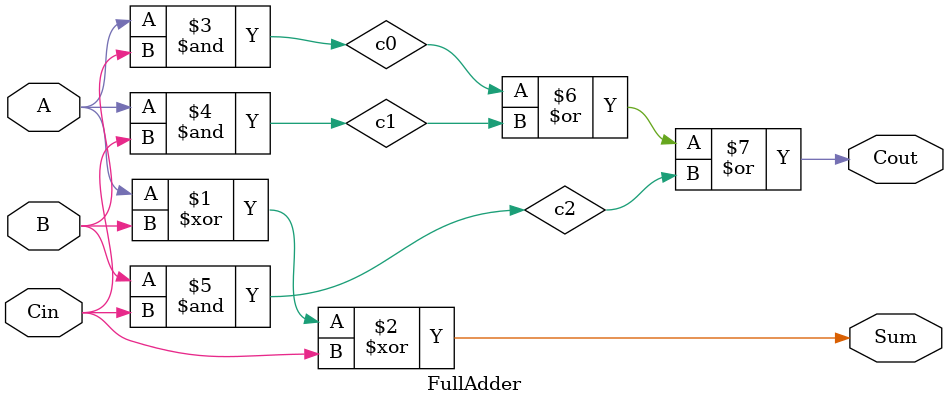
<source format=v>
`timescale 1ns / 1ps
module FullAdder(A,B,Cin,Cout,Sum);
	input A,B,Cin;
	output Cout,Sum;
	wire c0,c1,c2;
	
	xor(Sum, A,B,Cin);
	and(c0,A,B);
	and(c1,A,Cin);
	and(c2,B,Cin);
	or(Cout,c0,c1,c2);
	
endmodule

</source>
